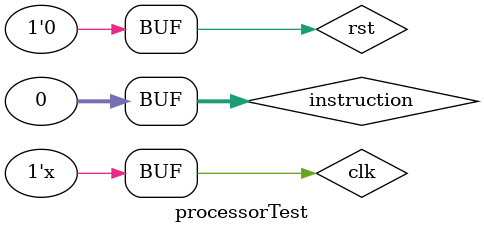
<source format=sv>
`timescale 10ns/10ns
module processorTest();

	logic rst,clk,WR,MemtoReg;
	logic [7:0] address;
	logic [31:0] writeData,instruction;
	processor myProcessor(.rst(rst),.clk(clk),.readData({24'b0,address}),.instruction(instruction),.WR(WR),.address(address),.writeData(writeData),.MemtoRegOut(MemtoReg));
	
	always begin
		#10;
		clk=!clk;
		
	end
	initial begin
		clk=1;
		rst=1;
		instruction=0;
		
		#10; //negedge
		rst=0;
		
		
		#10; //posedge
		instruction=32'he3a00004;  //mov r0,#4
		

		
		#10; //negedge
		
		
		
		
		
		#10; //posedge
		instruction=32'he3a01002;  //mov r1,#2
		

		
		#10; //negedge
		
		#10; //posedge
		instruction=32'he3a02003; //mov r2,#3
		
		
		#10; //negedge
		
		
		#10; //posedge
		instruction=32'he0813002; //add r3,r1,r2

		
		
		#10;//negedge
		
		
		
		#10; //posedge
		instruction=32'he1530000; //cmp r3,r0;
		
		
		#10;//negedge
		
		#10; //posedge
		instruction=32'hca00002c;  //  bgt a direccion 0x2c (deberia ser exitoso)
		
		#10; //negedge
		
		#10;//posedge
		instruction=32'hba00003c; //blt a direccion 0x3c (debe fallar)
		
		#10; //negedge
		
		#10; //posedge
		instruction=32'he1520000; //cmp r2,r0;
		
		
		#10;//negedge
		
		  
		  
		  
		#10; //posedge
		instruction=32'hca00004c;  //  bgt a direccion 0x4c (debe fallar)
		
		#10; //negedge
		
		#10;//posedge
		instruction=32'hba00005c; //blt a direccion 0x5c (debe ser exitoso)
		
		#10; //negedge
		
		#10;//posedge 
		instruction=32'hea00006c;  // b a direccion 6c (debe ser exitoso)
		
		#10; //negedge
		
		#10; //posedge
		instruction=0;
		
		#100;

	
	end

endmodule 
</source>
